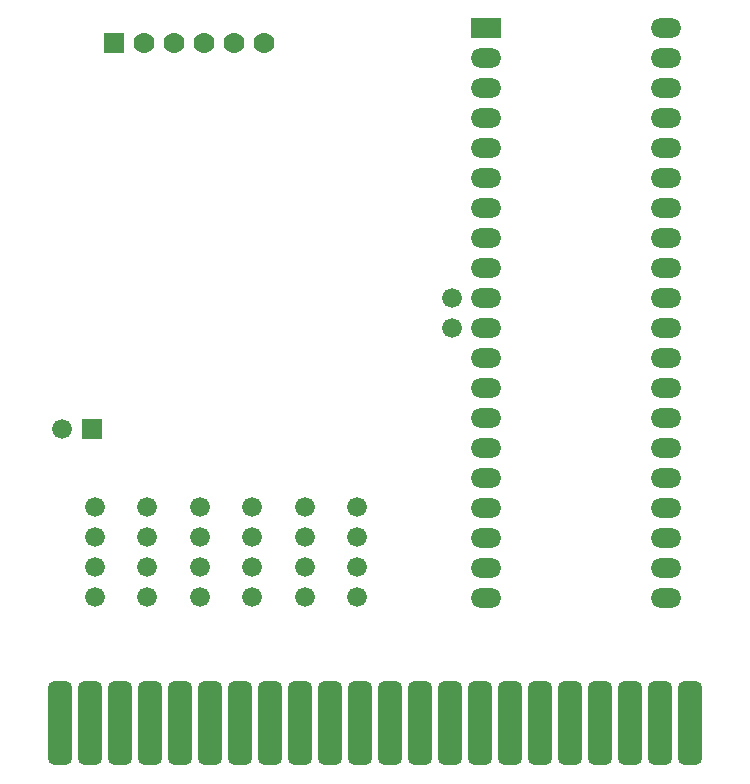
<source format=gbs>
G04*
G04 #@! TF.GenerationSoftware,Altium Limited,Altium Designer,21.1.1 (26)*
G04*
G04 Layer_Color=16711935*
%FSLAX25Y25*%
%MOIN*%
G70*
G04*
G04 #@! TF.SameCoordinates,BA25F0D4-A6B5-41BD-99B5-9815951856DC*
G04*
G04*
G04 #@! TF.FilePolarity,Negative*
G04*
G01*
G75*
G04:AMPARAMS|DCode=22|XSize=81.73mil|YSize=278.58mil|CornerRadius=21.18mil|HoleSize=0mil|Usage=FLASHONLY|Rotation=0.000|XOffset=0mil|YOffset=0mil|HoleType=Round|Shape=RoundedRectangle|*
%AMROUNDEDRECTD22*
21,1,0.08173,0.23622,0,0,0.0*
21,1,0.03937,0.27858,0,0,0.0*
1,1,0.04236,0.01968,-0.11811*
1,1,0.04236,-0.01968,-0.11811*
1,1,0.04236,-0.01968,0.11811*
1,1,0.04236,0.01968,0.11811*
%
%ADD22ROUNDEDRECTD22*%
%ADD28C,0.06598*%
%ADD29O,0.10142X0.06598*%
%ADD30R,0.10142X0.06598*%
%ADD31R,0.06598X0.06598*%
%ADD32R,0.06992X0.06992*%
%ADD33C,0.06992*%
D22*
X109200Y19700D02*
D03*
X139200D02*
D03*
X169200D02*
D03*
X199200D02*
D03*
X9200D02*
D03*
X39200D02*
D03*
X79200D02*
D03*
X209200D02*
D03*
X219200D02*
D03*
X179200D02*
D03*
X189200D02*
D03*
X149200D02*
D03*
X159200D02*
D03*
X119200D02*
D03*
X129200D02*
D03*
X89200D02*
D03*
X99200D02*
D03*
X49200D02*
D03*
X59200D02*
D03*
X69200D02*
D03*
X19200D02*
D03*
X29200D02*
D03*
D28*
X55700Y61900D02*
D03*
Y71900D02*
D03*
Y81900D02*
D03*
Y91900D02*
D03*
X9858Y117900D02*
D03*
X139800Y151400D02*
D03*
Y161400D02*
D03*
X108200Y91900D02*
D03*
Y81900D02*
D03*
X90700Y91900D02*
D03*
Y81900D02*
D03*
X20700Y91900D02*
D03*
Y81900D02*
D03*
X38200Y91900D02*
D03*
Y81900D02*
D03*
X73200Y91900D02*
D03*
Y81900D02*
D03*
Y71900D02*
D03*
Y61900D02*
D03*
X38200Y71900D02*
D03*
Y61900D02*
D03*
X20700Y71900D02*
D03*
Y61900D02*
D03*
X90700Y71900D02*
D03*
Y61900D02*
D03*
X108200Y71900D02*
D03*
Y61900D02*
D03*
D29*
X211300Y251400D02*
D03*
Y241400D02*
D03*
Y231400D02*
D03*
Y221400D02*
D03*
Y211400D02*
D03*
Y201400D02*
D03*
Y191400D02*
D03*
Y181400D02*
D03*
Y171400D02*
D03*
Y161400D02*
D03*
Y151400D02*
D03*
Y141400D02*
D03*
Y131400D02*
D03*
Y121400D02*
D03*
Y111400D02*
D03*
Y101400D02*
D03*
Y91400D02*
D03*
Y81400D02*
D03*
Y71400D02*
D03*
Y61400D02*
D03*
X151300Y241400D02*
D03*
Y231400D02*
D03*
Y221400D02*
D03*
Y211400D02*
D03*
Y201400D02*
D03*
Y191400D02*
D03*
Y181400D02*
D03*
Y171400D02*
D03*
Y161400D02*
D03*
Y151400D02*
D03*
Y141400D02*
D03*
Y131400D02*
D03*
Y121400D02*
D03*
Y61400D02*
D03*
Y71400D02*
D03*
Y81400D02*
D03*
Y91400D02*
D03*
Y101400D02*
D03*
Y111400D02*
D03*
D30*
Y251400D02*
D03*
D31*
X19700Y117900D02*
D03*
D32*
X27221Y246297D02*
D03*
D33*
X37221D02*
D03*
X47221D02*
D03*
X57221D02*
D03*
X67221D02*
D03*
X77221D02*
D03*
M02*

</source>
